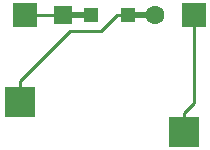
<source format=gbr>
%TF.GenerationSoftware,KiCad,Pcbnew,(5.1.9)-1*%
%TF.CreationDate,2021-03-16T12:24:23-04:00*%
%TF.ProjectId,baby,62616279-2e6b-4696-9361-645f70636258,rev?*%
%TF.SameCoordinates,Original*%
%TF.FileFunction,Copper,L1,Top*%
%TF.FilePolarity,Positive*%
%FSLAX46Y46*%
G04 Gerber Fmt 4.6, Leading zero omitted, Abs format (unit mm)*
G04 Created by KiCad (PCBNEW (5.1.9)-1) date 2021-03-16 12:24:23*
%MOMM*%
%LPD*%
G01*
G04 APERTURE LIST*
%TA.AperFunction,SMDPad,CuDef*%
%ADD10R,2.550000X2.500000*%
%TD*%
%TA.AperFunction,SMDPad,CuDef*%
%ADD11R,2.000000X2.000000*%
%TD*%
%TA.AperFunction,SMDPad,CuDef*%
%ADD12R,2.500000X0.500000*%
%TD*%
%TA.AperFunction,ComponentPad*%
%ADD13C,1.600000*%
%TD*%
%TA.AperFunction,ComponentPad*%
%ADD14R,1.600000X1.600000*%
%TD*%
%TA.AperFunction,SMDPad,CuDef*%
%ADD15R,1.200000X1.200000*%
%TD*%
%TA.AperFunction,Conductor*%
%ADD16C,0.250000*%
%TD*%
G04 APERTURE END LIST*
D10*
%TO.P,K1,2*%
%TO.N,Net-(D1-Pad2)*%
X49590000Y-52546200D03*
%TO.P,K1,1*%
%TO.N,Net-(J1-Pad1)*%
X63440000Y-55086200D03*
%TD*%
D11*
%TO.P,J1,1*%
%TO.N,Net-(J1-Pad1)*%
X64293800Y-45243800D03*
%TD*%
%TO.P,J0,1*%
%TO.N,Net-(D1-Pad1)*%
X50006200Y-45243800D03*
%TD*%
D12*
%TO.P,D1,2*%
%TO.N,Net-(D1-Pad2)*%
X59850000Y-45243800D03*
%TO.P,D1,1*%
%TO.N,Net-(D1-Pad1)*%
X54450000Y-45243800D03*
D13*
%TO.P,D1,2*%
%TO.N,Net-(D1-Pad2)*%
X61050000Y-45243800D03*
D14*
%TO.P,D1,1*%
%TO.N,Net-(D1-Pad1)*%
X53250000Y-45243800D03*
D15*
X55575000Y-45243800D03*
%TO.P,D1,2*%
%TO.N,Net-(D1-Pad2)*%
X58725000Y-45243800D03*
%TD*%
D16*
%TO.N,Net-(D1-Pad2)*%
X58725000Y-45243800D02*
X57799700Y-45243800D01*
X57799700Y-45243800D02*
X56474300Y-46569200D01*
X56474300Y-46569200D02*
X53784700Y-46569200D01*
X53784700Y-46569200D02*
X49590000Y-50763900D01*
X49590000Y-50763900D02*
X49590000Y-52546200D01*
X58725000Y-45243800D02*
X59850000Y-45243800D01*
X61050000Y-45243800D02*
X59850000Y-45243800D01*
%TO.N,Net-(D1-Pad1)*%
X53250000Y-45243800D02*
X50006200Y-45243800D01*
X54450000Y-45243800D02*
X53250000Y-45243800D01*
X55575000Y-45243800D02*
X54450000Y-45243800D01*
%TO.N,Net-(J1-Pad1)*%
X63440000Y-55086200D02*
X63440000Y-53510900D01*
X64293800Y-45243800D02*
X64293800Y-52657100D01*
X64293800Y-52657100D02*
X63440000Y-53510900D01*
%TD*%
M02*

</source>
